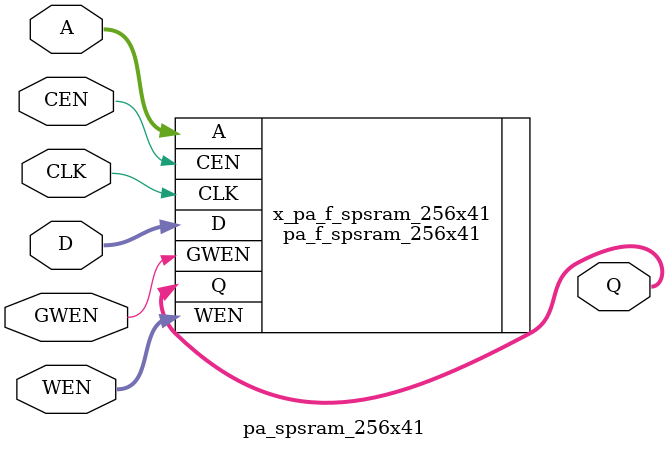
<source format=v>

/*Copyright 2020-2021 T-Head Semiconductor Co., Ltd.

Licensed under the Apache License, Version 2.0 (the "License");
you may not use this file except in compliance with the License.
You may obtain a copy of the License at

    http://www.apache.org/licenses/LICENSE-2.0

Unless required by applicable law or agreed to in writing, software
distributed under the License is distributed on an "AS IS" BASIS,
WITHOUT WARRANTIES OR CONDITIONS OF ANY KIND, either express or implied.
See the License for the specific language governing permissions and
limitations under the License.
*/

// &ModuleBeg; @22
module pa_spsram_256x41(
  A,
  CEN,
  CLK,
  D,
  GWEN,
  Q,
  WEN
);

// &Ports; @23
input   [7 :0]  A;   
input           CEN; 
input           CLK; 
input   [40:0]  D;   
input           GWEN; 
input   [40:0]  WEN; 
output  [40:0]  Q;   

// &Regs; @24

// &Wires; @25
wire    [7 :0]  A;   
wire            CEN; 
wire            CLK; 
wire    [40:0]  D;   
wire            GWEN; 
wire    [40:0]  Q;   
wire    [40:0]  WEN; 


//**********************************************************
//                  Parameter Definition
//**********************************************************
parameter ADDR_WIDTH = 8;
parameter DATA_WIDTH = 41;
parameter WE_WIDTH   = 41;

// &Force("bus","Q",DATA_WIDTH-1,0); @34
// &Force("bus","WEN",WE_WIDTH-1,0); @35
// &Force("bus","A",ADDR_WIDTH-1,0); @36
// &Force("bus","D",DATA_WIDTH-1,0); @37

  //********************************************************
  //*                        FPGA memory                   *
  //********************************************************
//   &Instance("pa_f_spsram_256x41"); @43
pa_f_spsram_256x41  x_pa_f_spsram_256x41 (
  .A    (A   ),
  .CEN  (CEN ),
  .CLK  (CLK ),
  .D    (D   ),
  .GWEN (GWEN),
  .Q    (Q   ),
  .WEN  (WEN )
);

//   &Instance("pa_tsmc_spsram_256x41"); @49

// &ModuleEnd; @65
endmodule



</source>
